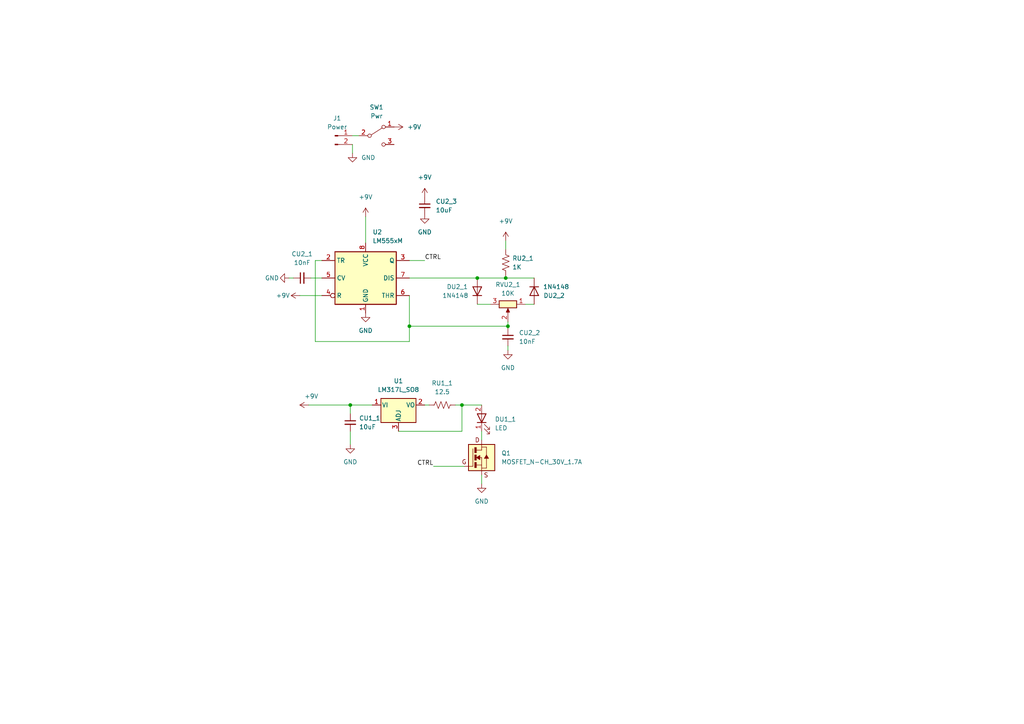
<source format=kicad_sch>
(kicad_sch (version 20211123) (generator eeschema)

  (uuid e63e39d7-6ac0-4ffd-8aa3-1841a4541b55)

  (paper "A4")

  (lib_symbols
    (symbol "Connector:Conn_01x02_Male" (pin_names (offset 1.016) hide) (in_bom yes) (on_board yes)
      (property "Reference" "J" (id 0) (at 0 2.54 0)
        (effects (font (size 1.27 1.27)))
      )
      (property "Value" "Conn_01x02_Male" (id 1) (at 0 -5.08 0)
        (effects (font (size 1.27 1.27)))
      )
      (property "Footprint" "" (id 2) (at 0 0 0)
        (effects (font (size 1.27 1.27)) hide)
      )
      (property "Datasheet" "~" (id 3) (at 0 0 0)
        (effects (font (size 1.27 1.27)) hide)
      )
      (property "ki_keywords" "connector" (id 4) (at 0 0 0)
        (effects (font (size 1.27 1.27)) hide)
      )
      (property "ki_description" "Generic connector, single row, 01x02, script generated (kicad-library-utils/schlib/autogen/connector/)" (id 5) (at 0 0 0)
        (effects (font (size 1.27 1.27)) hide)
      )
      (property "ki_fp_filters" "Connector*:*_1x??_*" (id 6) (at 0 0 0)
        (effects (font (size 1.27 1.27)) hide)
      )
      (symbol "Conn_01x02_Male_1_1"
        (polyline
          (pts
            (xy 1.27 -2.54)
            (xy 0.8636 -2.54)
          )
          (stroke (width 0.1524) (type default) (color 0 0 0 0))
          (fill (type none))
        )
        (polyline
          (pts
            (xy 1.27 0)
            (xy 0.8636 0)
          )
          (stroke (width 0.1524) (type default) (color 0 0 0 0))
          (fill (type none))
        )
        (rectangle (start 0.8636 -2.413) (end 0 -2.667)
          (stroke (width 0.1524) (type default) (color 0 0 0 0))
          (fill (type outline))
        )
        (rectangle (start 0.8636 0.127) (end 0 -0.127)
          (stroke (width 0.1524) (type default) (color 0 0 0 0))
          (fill (type outline))
        )
        (pin passive line (at 5.08 0 180) (length 3.81)
          (name "Pin_1" (effects (font (size 1.27 1.27))))
          (number "1" (effects (font (size 1.27 1.27))))
        )
        (pin passive line (at 5.08 -2.54 180) (length 3.81)
          (name "Pin_2" (effects (font (size 1.27 1.27))))
          (number "2" (effects (font (size 1.27 1.27))))
        )
      )
    )
    (symbol "Device:C_Small" (pin_numbers hide) (pin_names (offset 0.254) hide) (in_bom yes) (on_board yes)
      (property "Reference" "C" (id 0) (at 0.254 1.778 0)
        (effects (font (size 1.27 1.27)) (justify left))
      )
      (property "Value" "C_Small" (id 1) (at 0.254 -2.032 0)
        (effects (font (size 1.27 1.27)) (justify left))
      )
      (property "Footprint" "" (id 2) (at 0 0 0)
        (effects (font (size 1.27 1.27)) hide)
      )
      (property "Datasheet" "~" (id 3) (at 0 0 0)
        (effects (font (size 1.27 1.27)) hide)
      )
      (property "ki_keywords" "capacitor cap" (id 4) (at 0 0 0)
        (effects (font (size 1.27 1.27)) hide)
      )
      (property "ki_description" "Unpolarized capacitor, small symbol" (id 5) (at 0 0 0)
        (effects (font (size 1.27 1.27)) hide)
      )
      (property "ki_fp_filters" "C_*" (id 6) (at 0 0 0)
        (effects (font (size 1.27 1.27)) hide)
      )
      (symbol "C_Small_0_1"
        (polyline
          (pts
            (xy -1.524 -0.508)
            (xy 1.524 -0.508)
          )
          (stroke (width 0.3302) (type default) (color 0 0 0 0))
          (fill (type none))
        )
        (polyline
          (pts
            (xy -1.524 0.508)
            (xy 1.524 0.508)
          )
          (stroke (width 0.3048) (type default) (color 0 0 0 0))
          (fill (type none))
        )
      )
      (symbol "C_Small_1_1"
        (pin passive line (at 0 2.54 270) (length 2.032)
          (name "~" (effects (font (size 1.27 1.27))))
          (number "1" (effects (font (size 1.27 1.27))))
        )
        (pin passive line (at 0 -2.54 90) (length 2.032)
          (name "~" (effects (font (size 1.27 1.27))))
          (number "2" (effects (font (size 1.27 1.27))))
        )
      )
    )
    (symbol "Device:LED" (pin_names (offset 1.016) hide) (in_bom yes) (on_board yes)
      (property "Reference" "D" (id 0) (at 0 2.54 0)
        (effects (font (size 1.27 1.27)))
      )
      (property "Value" "LED" (id 1) (at 0 -2.54 0)
        (effects (font (size 1.27 1.27)))
      )
      (property "Footprint" "" (id 2) (at 0 0 0)
        (effects (font (size 1.27 1.27)) hide)
      )
      (property "Datasheet" "~" (id 3) (at 0 0 0)
        (effects (font (size 1.27 1.27)) hide)
      )
      (property "ki_keywords" "LED diode" (id 4) (at 0 0 0)
        (effects (font (size 1.27 1.27)) hide)
      )
      (property "ki_description" "Light emitting diode" (id 5) (at 0 0 0)
        (effects (font (size 1.27 1.27)) hide)
      )
      (property "ki_fp_filters" "LED* LED_SMD:* LED_THT:*" (id 6) (at 0 0 0)
        (effects (font (size 1.27 1.27)) hide)
      )
      (symbol "LED_0_1"
        (polyline
          (pts
            (xy -1.27 -1.27)
            (xy -1.27 1.27)
          )
          (stroke (width 0.254) (type default) (color 0 0 0 0))
          (fill (type none))
        )
        (polyline
          (pts
            (xy -1.27 0)
            (xy 1.27 0)
          )
          (stroke (width 0) (type default) (color 0 0 0 0))
          (fill (type none))
        )
        (polyline
          (pts
            (xy 1.27 -1.27)
            (xy 1.27 1.27)
            (xy -1.27 0)
            (xy 1.27 -1.27)
          )
          (stroke (width 0.254) (type default) (color 0 0 0 0))
          (fill (type none))
        )
        (polyline
          (pts
            (xy -3.048 -0.762)
            (xy -4.572 -2.286)
            (xy -3.81 -2.286)
            (xy -4.572 -2.286)
            (xy -4.572 -1.524)
          )
          (stroke (width 0) (type default) (color 0 0 0 0))
          (fill (type none))
        )
        (polyline
          (pts
            (xy -1.778 -0.762)
            (xy -3.302 -2.286)
            (xy -2.54 -2.286)
            (xy -3.302 -2.286)
            (xy -3.302 -1.524)
          )
          (stroke (width 0) (type default) (color 0 0 0 0))
          (fill (type none))
        )
      )
      (symbol "LED_1_1"
        (pin passive line (at -3.81 0 0) (length 2.54)
          (name "K" (effects (font (size 1.27 1.27))))
          (number "1" (effects (font (size 1.27 1.27))))
        )
        (pin passive line (at 3.81 0 180) (length 2.54)
          (name "A" (effects (font (size 1.27 1.27))))
          (number "2" (effects (font (size 1.27 1.27))))
        )
      )
    )
    (symbol "Device:R_US" (pin_numbers hide) (pin_names (offset 0)) (in_bom yes) (on_board yes)
      (property "Reference" "R" (id 0) (at 2.54 0 90)
        (effects (font (size 1.27 1.27)))
      )
      (property "Value" "R_US" (id 1) (at -2.54 0 90)
        (effects (font (size 1.27 1.27)))
      )
      (property "Footprint" "" (id 2) (at 1.016 -0.254 90)
        (effects (font (size 1.27 1.27)) hide)
      )
      (property "Datasheet" "~" (id 3) (at 0 0 0)
        (effects (font (size 1.27 1.27)) hide)
      )
      (property "ki_keywords" "R res resistor" (id 4) (at 0 0 0)
        (effects (font (size 1.27 1.27)) hide)
      )
      (property "ki_description" "Resistor, US symbol" (id 5) (at 0 0 0)
        (effects (font (size 1.27 1.27)) hide)
      )
      (property "ki_fp_filters" "R_*" (id 6) (at 0 0 0)
        (effects (font (size 1.27 1.27)) hide)
      )
      (symbol "R_US_0_1"
        (polyline
          (pts
            (xy 0 -2.286)
            (xy 0 -2.54)
          )
          (stroke (width 0) (type default) (color 0 0 0 0))
          (fill (type none))
        )
        (polyline
          (pts
            (xy 0 2.286)
            (xy 0 2.54)
          )
          (stroke (width 0) (type default) (color 0 0 0 0))
          (fill (type none))
        )
        (polyline
          (pts
            (xy 0 -0.762)
            (xy 1.016 -1.143)
            (xy 0 -1.524)
            (xy -1.016 -1.905)
            (xy 0 -2.286)
          )
          (stroke (width 0) (type default) (color 0 0 0 0))
          (fill (type none))
        )
        (polyline
          (pts
            (xy 0 0.762)
            (xy 1.016 0.381)
            (xy 0 0)
            (xy -1.016 -0.381)
            (xy 0 -0.762)
          )
          (stroke (width 0) (type default) (color 0 0 0 0))
          (fill (type none))
        )
        (polyline
          (pts
            (xy 0 2.286)
            (xy 1.016 1.905)
            (xy 0 1.524)
            (xy -1.016 1.143)
            (xy 0 0.762)
          )
          (stroke (width 0) (type default) (color 0 0 0 0))
          (fill (type none))
        )
      )
      (symbol "R_US_1_1"
        (pin passive line (at 0 3.81 270) (length 1.27)
          (name "~" (effects (font (size 1.27 1.27))))
          (number "1" (effects (font (size 1.27 1.27))))
        )
        (pin passive line (at 0 -3.81 90) (length 1.27)
          (name "~" (effects (font (size 1.27 1.27))))
          (number "2" (effects (font (size 1.27 1.27))))
        )
      )
    )
    (symbol "Diode:1N4148" (pin_numbers hide) (pin_names (offset 1.016) hide) (in_bom yes) (on_board yes)
      (property "Reference" "D" (id 0) (at 0 2.54 0)
        (effects (font (size 1.27 1.27)))
      )
      (property "Value" "1N4148" (id 1) (at 0 -2.54 0)
        (effects (font (size 1.27 1.27)))
      )
      (property "Footprint" "Diode_THT:D_DO-35_SOD27_P7.62mm_Horizontal" (id 2) (at 0 -4.445 0)
        (effects (font (size 1.27 1.27)) hide)
      )
      (property "Datasheet" "https://assets.nexperia.com/documents/data-sheet/1N4148_1N4448.pdf" (id 3) (at 0 0 0)
        (effects (font (size 1.27 1.27)) hide)
      )
      (property "ki_keywords" "diode" (id 4) (at 0 0 0)
        (effects (font (size 1.27 1.27)) hide)
      )
      (property "ki_description" "100V 0.15A standard switching diode, DO-35" (id 5) (at 0 0 0)
        (effects (font (size 1.27 1.27)) hide)
      )
      (property "ki_fp_filters" "D*DO?35*" (id 6) (at 0 0 0)
        (effects (font (size 1.27 1.27)) hide)
      )
      (symbol "1N4148_0_1"
        (polyline
          (pts
            (xy -1.27 1.27)
            (xy -1.27 -1.27)
          )
          (stroke (width 0.254) (type default) (color 0 0 0 0))
          (fill (type none))
        )
        (polyline
          (pts
            (xy 1.27 0)
            (xy -1.27 0)
          )
          (stroke (width 0) (type default) (color 0 0 0 0))
          (fill (type none))
        )
        (polyline
          (pts
            (xy 1.27 1.27)
            (xy 1.27 -1.27)
            (xy -1.27 0)
            (xy 1.27 1.27)
          )
          (stroke (width 0.254) (type default) (color 0 0 0 0))
          (fill (type none))
        )
      )
      (symbol "1N4148_1_1"
        (pin passive line (at -3.81 0 0) (length 2.54)
          (name "K" (effects (font (size 1.27 1.27))))
          (number "1" (effects (font (size 1.27 1.27))))
        )
        (pin passive line (at 3.81 0 180) (length 2.54)
          (name "A" (effects (font (size 1.27 1.27))))
          (number "2" (effects (font (size 1.27 1.27))))
        )
      )
    )
    (symbol "Fab:MOSFET_N-CH_30V_1.7A" (pin_numbers hide) (pin_names (offset 1.016) hide) (in_bom yes) (on_board yes)
      (property "Reference" "Q" (id 0) (at 1.27 7.62 0)
        (effects (font (size 1.27 1.27)) (justify left))
      )
      (property "Value" "MOSFET_N-CH_30V_1.7A" (id 1) (at 1.27 5.08 0)
        (effects (font (size 1.27 1.27)) (justify left))
      )
      (property "Footprint" "fab:SOT-23" (id 2) (at 0 0 0)
        (effects (font (size 1.27 1.27)) hide)
      )
      (property "Datasheet" "https://www.onsemi.com/pub/Collateral/NDS355AN-D.PDF" (id 3) (at 0 0 0)
        (effects (font (size 1.27 1.27)) hide)
      )
      (property "ki_keywords" "field effect transistor" (id 4) (at 0 0 0)
        (effects (font (size 1.27 1.27)) hide)
      )
      (property "ki_description" "N-Channel mosfet NDS355AN in SOT-23 package" (id 5) (at 0 0 0)
        (effects (font (size 1.27 1.27)) hide)
      )
      (property "ki_fp_filters" "*SOT?23*" (id 6) (at 0 0 0)
        (effects (font (size 1.27 1.27)) hide)
      )
      (symbol "MOSFET_N-CH_30V_1.7A_0_1"
        (rectangle (start -3.81 3.81) (end 3.81 -3.81)
          (stroke (width 0.254) (type default) (color 0 0 0 0))
          (fill (type background))
        )
      )
      (symbol "MOSFET_N-CH_30V_1.7A_1_0"
        (polyline
          (pts
            (xy -2.54 -2.54)
            (xy -2.54 2.54)
          )
          (stroke (width 0) (type default) (color 0 0 0 0))
          (fill (type none))
        )
        (polyline
          (pts
            (xy -1.524 -2.159)
            (xy 0 -2.159)
          )
          (stroke (width 0) (type default) (color 0 0 0 0))
          (fill (type none))
        )
        (polyline
          (pts
            (xy -1.524 2.159)
            (xy 0 2.159)
          )
          (stroke (width 0) (type default) (color 0 0 0 0))
          (fill (type none))
        )
        (polyline
          (pts
            (xy -0.508 0)
            (xy 0 0)
          )
          (stroke (width 0) (type default) (color 0 0 0 0))
          (fill (type none))
        )
        (polyline
          (pts
            (xy 0 -2.159)
            (xy 0 -2.54)
          )
          (stroke (width 0) (type default) (color 0 0 0 0))
          (fill (type none))
        )
        (polyline
          (pts
            (xy 0 0)
            (xy 0 -2.159)
          )
          (stroke (width 0) (type default) (color 0 0 0 0))
          (fill (type none))
        )
        (polyline
          (pts
            (xy 0 2.159)
            (xy 0 2.54)
          )
          (stroke (width 0) (type default) (color 0 0 0 0))
          (fill (type none))
        )
        (polyline
          (pts
            (xy 0 3.048)
            (xy 1.397 3.048)
          )
          (stroke (width 0) (type default) (color 0 0 0 0))
          (fill (type none))
        )
        (polyline
          (pts
            (xy 1.397 -3.048)
            (xy 0 -3.048)
          )
          (stroke (width 0) (type default) (color 0 0 0 0))
          (fill (type none))
        )
        (polyline
          (pts
            (xy 1.397 -0.254)
            (xy 1.397 -3.048)
          )
          (stroke (width 0) (type default) (color 0 0 0 0))
          (fill (type none))
        )
        (polyline
          (pts
            (xy 1.397 3.048)
            (xy 1.397 0.762)
          )
          (stroke (width 0) (type default) (color 0 0 0 0))
          (fill (type none))
        )
        (text "D" (at -1.27 5.08 0)
          (effects (font (size 1.27 1.27)))
        )
        (text "G" (at -5.08 -1.27 0)
          (effects (font (size 1.27 1.27)))
        )
        (text "S" (at 1.27 -5.08 0)
          (effects (font (size 1.27 1.27)))
        )
      )
      (symbol "MOSFET_N-CH_30V_1.7A_1_1"
        (rectangle (start -2.032 -2.921) (end -1.524 -1.397)
          (stroke (width 0) (type default) (color 0 0 0 0))
          (fill (type outline))
        )
        (rectangle (start -2.032 -0.762) (end -1.524 0.762)
          (stroke (width 0) (type default) (color 0 0 0 0))
          (fill (type outline))
        )
        (rectangle (start -2.032 1.397) (end -1.524 2.921)
          (stroke (width 0) (type default) (color 0 0 0 0))
          (fill (type outline))
        )
        (polyline
          (pts
            (xy -1.524 0)
            (xy -0.508 0.635)
            (xy -0.508 0.635)
            (xy -0.508 -0.635)
            (xy -0.508 -0.635)
            (xy -1.524 0)
          )
          (stroke (width 0) (type default) (color 0 0 0 0))
          (fill (type outline))
        )
        (polyline
          (pts
            (xy 1.397 0.762)
            (xy 2.032 -0.254)
            (xy 2.032 -0.254)
            (xy 0.762 -0.254)
            (xy 0.762 -0.254)
            (xy 1.397 0.762)
          )
          (stroke (width 0) (type default) (color 0 0 0 0))
          (fill (type outline))
        )
        (pin passive line (at -5.08 -2.54 0) (length 2.54)
          (name "G" (effects (font (size 1.27 1.27))))
          (number "1" (effects (font (size 1.27 1.27))))
        )
        (pin passive line (at 0 -5.08 90) (length 2.54)
          (name "S" (effects (font (size 1.27 1.27))))
          (number "2" (effects (font (size 1.27 1.27))))
        )
        (pin passive line (at 0 5.08 270) (length 2.54)
          (name "D" (effects (font (size 1.27 1.27))))
          (number "3" (effects (font (size 1.27 1.27))))
        )
      )
    )
    (symbol "Fab:R_POT_10K_Trimmer" (pin_names (offset 1.016) hide) (in_bom yes) (on_board yes)
      (property "Reference" "RV" (id 0) (at -5.08 0 90)
        (effects (font (size 1.27 1.27)))
      )
      (property "Value" "R_POT_10K_Trimmer" (id 1) (at -2.54 0 90)
        (effects (font (size 1.27 1.27)))
      )
      (property "Footprint" "fab:Potentiometer_TT_Model-23_4.5x5.0x3.0mm" (id 2) (at 0 0 0)
        (effects (font (size 1.27 1.27)) hide)
      )
      (property "Datasheet" "https://www.ttelectronics.com/TTElectronics/media/ProductFiles/Trimmers/Datasheets/23.pdf" (id 3) (at 0 0 0)
        (effects (font (size 1.27 1.27)) hide)
      )
      (property "ki_keywords" "resistor variable trimmer" (id 4) (at 0 0 0)
        (effects (font (size 1.27 1.27)) hide)
      )
      (property "ki_description" "Trimmer Potentiometer 10K TT Electronics 23BR10KLFTR" (id 5) (at 0 0 0)
        (effects (font (size 1.27 1.27)) hide)
      )
      (property "ki_fp_filters" "Potentiometer*" (id 6) (at 0 0 0)
        (effects (font (size 1.27 1.27)) hide)
      )
      (symbol "R_POT_10K_Trimmer_0_1"
        (polyline
          (pts
            (xy 2.54 0)
            (xy 1.524 0)
          )
          (stroke (width 0) (type default) (color 0 0 0 0))
          (fill (type none))
        )
        (polyline
          (pts
            (xy 1.143 0)
            (xy 2.286 0.508)
            (xy 2.286 -0.508)
            (xy 1.143 0)
          )
          (stroke (width 0) (type default) (color 0 0 0 0))
          (fill (type outline))
        )
        (rectangle (start 1.016 2.54) (end -1.016 -2.54)
          (stroke (width 0.254) (type default) (color 0 0 0 0))
          (fill (type background))
        )
      )
      (symbol "R_POT_10K_Trimmer_1_1"
        (pin passive line (at 0 5.08 270) (length 2.54)
          (name "1" (effects (font (size 1.27 1.27))))
          (number "1" (effects (font (size 1.27 1.27))))
        )
        (pin passive line (at 5.08 0 180) (length 2.54)
          (name "2" (effects (font (size 1.27 1.27))))
          (number "2" (effects (font (size 1.27 1.27))))
        )
        (pin passive line (at 0 -5.08 90) (length 2.54)
          (name "3" (effects (font (size 1.27 1.27))))
          (number "3" (effects (font (size 1.27 1.27))))
        )
      )
    )
    (symbol "Fab:SWITCH_JS102011JCQN" (pin_names (offset 0) hide) (in_bom yes) (on_board yes)
      (property "Reference" "SW" (id 0) (at 0 4.318 0)
        (effects (font (size 1.27 1.27)))
      )
      (property "Value" "SWITCH_JS102011JCQN" (id 1) (at 0 -5.08 0)
        (effects (font (size 1.27 1.27)))
      )
      (property "Footprint" "fab:Switch_SPDT_CnK_JS102011JCQN_9x3.6mm_P2.5mm" (id 2) (at 0 0 0)
        (effects (font (size 1.27 1.27)) hide)
      )
      (property "Datasheet" "https://www.ckswitches.com/media/1422/js.pdf" (id 3) (at 0 0 0)
        (effects (font (size 1.27 1.27)) hide)
      )
      (property "ki_keywords" "switch single-pole double-throw spdt ON-ON" (id 4) (at 0 0 0)
        (effects (font (size 1.27 1.27)) hide)
      )
      (property "ki_description" "Slide Switch SPDT Surface Mount" (id 5) (at 0 0 0)
        (effects (font (size 1.27 1.27)) hide)
      )
      (property "ki_fp_filters" "*Switch*SPDT*" (id 6) (at 0 0 0)
        (effects (font (size 1.27 1.27)) hide)
      )
      (symbol "SWITCH_JS102011JCQN_0_0"
        (circle (center -2.032 0) (radius 0.508)
          (stroke (width 0) (type default) (color 0 0 0 0))
          (fill (type none))
        )
        (circle (center 2.032 -2.54) (radius 0.508)
          (stroke (width 0) (type default) (color 0 0 0 0))
          (fill (type none))
        )
      )
      (symbol "SWITCH_JS102011JCQN_0_1"
        (polyline
          (pts
            (xy -1.524 0.254)
            (xy 1.651 2.286)
          )
          (stroke (width 0) (type default) (color 0 0 0 0))
          (fill (type none))
        )
        (circle (center 2.032 2.54) (radius 0.508)
          (stroke (width 0) (type default) (color 0 0 0 0))
          (fill (type none))
        )
      )
      (symbol "SWITCH_JS102011JCQN_1_1"
        (pin passive line (at 5.08 2.54 180) (length 2.54)
          (name "A" (effects (font (size 1.27 1.27))))
          (number "1" (effects (font (size 1.27 1.27))))
        )
        (pin passive line (at -5.08 0 0) (length 2.54)
          (name "B" (effects (font (size 1.27 1.27))))
          (number "2" (effects (font (size 1.27 1.27))))
        )
        (pin passive line (at 5.08 -2.54 180) (length 2.54)
          (name "C" (effects (font (size 1.27 1.27))))
          (number "3" (effects (font (size 1.27 1.27))))
        )
      )
    )
    (symbol "Regulator_Linear:LM317L_SO8" (pin_names (offset 0.254)) (in_bom yes) (on_board yes)
      (property "Reference" "U1" (id 0) (at 0 6.985 0)
        (effects (font (size 1.27 1.27)))
      )
      (property "Value" "LM317L_SO8" (id 1) (at 0 4.445 0)
        (effects (font (size 1.27 1.27)))
      )
      (property "Footprint" "Package_TO_SOT_THT:TO-220-3_Horizontal_TabDown" (id 2) (at 0 5.08 0)
        (effects (font (size 1.27 1.27) italic) hide)
      )
      (property "Datasheet" "http://www.ti.com/lit/ds/snvs775k/snvs775k.pdf" (id 3) (at 0 -5.08 0)
        (effects (font (size 1.27 1.27)) hide)
      )
      (property "ki_keywords" "Adjustable Voltage Regulator 100mA Positive" (id 4) (at 0 0 0)
        (effects (font (size 1.27 1.27)) hide)
      )
      (property "ki_description" "100mA 35V Adjustable Linear Regulator, SO-8" (id 5) (at 0 0 0)
        (effects (font (size 1.27 1.27)) hide)
      )
      (property "ki_fp_filters" "SOIC*3.9x4.9mm*P1.27mm*" (id 6) (at 0 0 0)
        (effects (font (size 1.27 1.27)) hide)
      )
      (symbol "LM317L_SO8_0_1"
        (rectangle (start -5.08 1.905) (end 5.08 -5.08)
          (stroke (width 0.254) (type default) (color 0 0 0 0))
          (fill (type background))
        )
      )
      (symbol "LM317L_SO8_1_1"
        (pin power_in line (at -7.62 0 0) (length 2.54)
          (name "VI" (effects (font (size 1.27 1.27))))
          (number "1" (effects (font (size 1.27 1.27))))
        )
        (pin power_out line (at 7.62 0 180) (length 2.54)
          (name "VO" (effects (font (size 1.27 1.27))))
          (number "2" (effects (font (size 1.27 1.27))))
        )
        (pin input line (at 0 -7.62 90) (length 2.54)
          (name "ADJ" (effects (font (size 1.27 1.27))))
          (number "3" (effects (font (size 1.27 1.27))))
        )
        (pin passive line (at 7.62 0 180) (length 2.54) hide
          (name "VO" (effects (font (size 1.27 1.27))))
          (number "3" (effects (font (size 1.27 1.27))))
        )
        (pin no_connect line (at -7.62 -2.54 0) (length 2.54) hide
          (name "NC" (effects (font (size 1.27 1.27))))
          (number "5" (effects (font (size 1.27 1.27))))
        )
        (pin passive line (at 7.62 0 180) (length 2.54) hide
          (name "VO" (effects (font (size 1.27 1.27))))
          (number "6" (effects (font (size 1.27 1.27))))
        )
        (pin passive line (at 7.62 0 180) (length 2.54) hide
          (name "VO" (effects (font (size 1.27 1.27))))
          (number "7" (effects (font (size 1.27 1.27))))
        )
        (pin no_connect line (at 7.62 -2.54 180) (length 2.54) hide
          (name "NC" (effects (font (size 1.27 1.27))))
          (number "8" (effects (font (size 1.27 1.27))))
        )
      )
    )
    (symbol "Timer:LM555xM" (in_bom yes) (on_board yes)
      (property "Reference" "U" (id 0) (at -10.16 8.89 0)
        (effects (font (size 1.27 1.27)) (justify left))
      )
      (property "Value" "LM555xM" (id 1) (at 2.54 8.89 0)
        (effects (font (size 1.27 1.27)) (justify left))
      )
      (property "Footprint" "Package_SO:SOIC-8_3.9x4.9mm_P1.27mm" (id 2) (at 21.59 -10.16 0)
        (effects (font (size 1.27 1.27)) hide)
      )
      (property "Datasheet" "http://www.ti.com/lit/ds/symlink/lm555.pdf" (id 3) (at 21.59 -10.16 0)
        (effects (font (size 1.27 1.27)) hide)
      )
      (property "ki_keywords" "single timer 555" (id 4) (at 0 0 0)
        (effects (font (size 1.27 1.27)) hide)
      )
      (property "ki_description" "Timer, 555 compatible, SOIC-8" (id 5) (at 0 0 0)
        (effects (font (size 1.27 1.27)) hide)
      )
      (property "ki_fp_filters" "SOIC*3.9x4.9mm*P1.27mm*" (id 6) (at 0 0 0)
        (effects (font (size 1.27 1.27)) hide)
      )
      (symbol "LM555xM_0_0"
        (pin power_in line (at 0 -10.16 90) (length 2.54)
          (name "GND" (effects (font (size 1.27 1.27))))
          (number "1" (effects (font (size 1.27 1.27))))
        )
        (pin power_in line (at 0 10.16 270) (length 2.54)
          (name "VCC" (effects (font (size 1.27 1.27))))
          (number "8" (effects (font (size 1.27 1.27))))
        )
      )
      (symbol "LM555xM_0_1"
        (rectangle (start -8.89 -7.62) (end 8.89 7.62)
          (stroke (width 0.254) (type default) (color 0 0 0 0))
          (fill (type background))
        )
        (rectangle (start -8.89 -7.62) (end 8.89 7.62)
          (stroke (width 0.254) (type default) (color 0 0 0 0))
          (fill (type background))
        )
      )
      (symbol "LM555xM_1_1"
        (pin input line (at -12.7 5.08 0) (length 3.81)
          (name "TR" (effects (font (size 1.27 1.27))))
          (number "2" (effects (font (size 1.27 1.27))))
        )
        (pin output line (at 12.7 5.08 180) (length 3.81)
          (name "Q" (effects (font (size 1.27 1.27))))
          (number "3" (effects (font (size 1.27 1.27))))
        )
        (pin input inverted (at -12.7 -5.08 0) (length 3.81)
          (name "R" (effects (font (size 1.27 1.27))))
          (number "4" (effects (font (size 1.27 1.27))))
        )
        (pin input line (at -12.7 0 0) (length 3.81)
          (name "CV" (effects (font (size 1.27 1.27))))
          (number "5" (effects (font (size 1.27 1.27))))
        )
        (pin input line (at 12.7 -5.08 180) (length 3.81)
          (name "THR" (effects (font (size 1.27 1.27))))
          (number "6" (effects (font (size 1.27 1.27))))
        )
        (pin input line (at 12.7 0 180) (length 3.81)
          (name "DIS" (effects (font (size 1.27 1.27))))
          (number "7" (effects (font (size 1.27 1.27))))
        )
      )
    )
    (symbol "power:+9V" (power) (pin_names (offset 0)) (in_bom yes) (on_board yes)
      (property "Reference" "#PWR" (id 0) (at 0 -3.81 0)
        (effects (font (size 1.27 1.27)) hide)
      )
      (property "Value" "+9V" (id 1) (at 0 3.556 0)
        (effects (font (size 1.27 1.27)))
      )
      (property "Footprint" "" (id 2) (at 0 0 0)
        (effects (font (size 1.27 1.27)) hide)
      )
      (property "Datasheet" "" (id 3) (at 0 0 0)
        (effects (font (size 1.27 1.27)) hide)
      )
      (property "ki_keywords" "power-flag" (id 4) (at 0 0 0)
        (effects (font (size 1.27 1.27)) hide)
      )
      (property "ki_description" "Power symbol creates a global label with name \"+9V\"" (id 5) (at 0 0 0)
        (effects (font (size 1.27 1.27)) hide)
      )
      (symbol "+9V_0_1"
        (polyline
          (pts
            (xy -0.762 1.27)
            (xy 0 2.54)
          )
          (stroke (width 0) (type default) (color 0 0 0 0))
          (fill (type none))
        )
        (polyline
          (pts
            (xy 0 0)
            (xy 0 2.54)
          )
          (stroke (width 0) (type default) (color 0 0 0 0))
          (fill (type none))
        )
        (polyline
          (pts
            (xy 0 2.54)
            (xy 0.762 1.27)
          )
          (stroke (width 0) (type default) (color 0 0 0 0))
          (fill (type none))
        )
      )
      (symbol "+9V_1_1"
        (pin power_in line (at 0 0 90) (length 0) hide
          (name "+9V" (effects (font (size 1.27 1.27))))
          (number "1" (effects (font (size 1.27 1.27))))
        )
      )
    )
    (symbol "power:GND" (power) (pin_names (offset 0)) (in_bom yes) (on_board yes)
      (property "Reference" "#PWR" (id 0) (at 0 -6.35 0)
        (effects (font (size 1.27 1.27)) hide)
      )
      (property "Value" "GND" (id 1) (at 0 -3.81 0)
        (effects (font (size 1.27 1.27)))
      )
      (property "Footprint" "" (id 2) (at 0 0 0)
        (effects (font (size 1.27 1.27)) hide)
      )
      (property "Datasheet" "" (id 3) (at 0 0 0)
        (effects (font (size 1.27 1.27)) hide)
      )
      (property "ki_keywords" "power-flag" (id 4) (at 0 0 0)
        (effects (font (size 1.27 1.27)) hide)
      )
      (property "ki_description" "Power symbol creates a global label with name \"GND\" , ground" (id 5) (at 0 0 0)
        (effects (font (size 1.27 1.27)) hide)
      )
      (symbol "GND_0_1"
        (polyline
          (pts
            (xy 0 0)
            (xy 0 -1.27)
            (xy 1.27 -1.27)
            (xy 0 -2.54)
            (xy -1.27 -1.27)
            (xy 0 -1.27)
          )
          (stroke (width 0) (type default) (color 0 0 0 0))
          (fill (type none))
        )
      )
      (symbol "GND_1_1"
        (pin power_in line (at 0 0 270) (length 0) hide
          (name "GND" (effects (font (size 1.27 1.27))))
          (number "1" (effects (font (size 1.27 1.27))))
        )
      )
    )
  )

  (junction (at 146.685 80.645) (diameter 0) (color 0 0 0 0)
    (uuid 1c2569f6-b2ab-4d60-a588-9032cd1c0f84)
  )
  (junction (at 101.6 117.475) (diameter 0) (color 0 0 0 0)
    (uuid 3c7314bb-cb4d-4c66-8440-9363a5584a4a)
  )
  (junction (at 147.32 94.615) (diameter 0) (color 0 0 0 0)
    (uuid 47f61f12-a4d8-4a5b-8ce2-d4d2637721aa)
  )
  (junction (at 118.745 94.615) (diameter 0) (color 0 0 0 0)
    (uuid 7773fab7-8edd-463c-a880-f160d965e8a2)
  )
  (junction (at 138.43 80.645) (diameter 0) (color 0 0 0 0)
    (uuid d3a6e02c-0c48-40f7-8813-8fc86d1ddf13)
  )
  (junction (at 133.985 117.475) (diameter 0) (color 0 0 0 0)
    (uuid efcdef6f-20c2-4974-a295-b78885edd343)
  )

  (wire (pts (xy 101.6 117.475) (xy 107.95 117.475))
    (stroke (width 0) (type default) (color 0 0 0 0))
    (uuid 00f45313-a3ac-44cb-87a7-93eee8b060f3)
  )
  (wire (pts (xy 139.7 137.795) (xy 139.7 140.335))
    (stroke (width 0) (type default) (color 0 0 0 0))
    (uuid 046caca7-6452-48ac-8484-8bb8ae5c5195)
  )
  (wire (pts (xy 83.82 80.645) (xy 85.09 80.645))
    (stroke (width 0) (type default) (color 0 0 0 0))
    (uuid 112fd1b1-8d4c-4515-b2a1-db04ebe5ac34)
  )
  (wire (pts (xy 106.045 62.865) (xy 106.045 70.485))
    (stroke (width 0) (type default) (color 0 0 0 0))
    (uuid 12b3f282-b27e-422d-8573-a75c93f7618d)
  )
  (wire (pts (xy 147.32 95.25) (xy 147.32 94.615))
    (stroke (width 0) (type default) (color 0 0 0 0))
    (uuid 12e9c89c-82a7-45d9-acad-79bb2ade583e)
  )
  (wire (pts (xy 90.17 80.645) (xy 93.345 80.645))
    (stroke (width 0) (type default) (color 0 0 0 0))
    (uuid 19612b4b-47b1-480e-8676-8701af2dc7ee)
  )
  (wire (pts (xy 139.7 125.095) (xy 139.7 127.635))
    (stroke (width 0) (type default) (color 0 0 0 0))
    (uuid 1f7f935c-1486-4d74-a7be-35320430f56f)
  )
  (wire (pts (xy 123.19 75.565) (xy 118.745 75.565))
    (stroke (width 0) (type default) (color 0 0 0 0))
    (uuid 22cda605-bf07-4b29-aeac-869344a1ee9a)
  )
  (wire (pts (xy 124.46 117.475) (xy 123.19 117.475))
    (stroke (width 0) (type default) (color 0 0 0 0))
    (uuid 26a6c353-57a4-4c08-aa63-5520808369d9)
  )
  (wire (pts (xy 91.44 75.565) (xy 93.345 75.565))
    (stroke (width 0) (type default) (color 0 0 0 0))
    (uuid 276c3c6d-fa1e-4978-bcf1-9706ffad9cd9)
  )
  (wire (pts (xy 147.32 94.615) (xy 118.745 94.615))
    (stroke (width 0) (type default) (color 0 0 0 0))
    (uuid 2bc7fee6-a56e-45d8-861b-d1c2be29e527)
  )
  (wire (pts (xy 138.43 80.645) (xy 146.685 80.645))
    (stroke (width 0) (type default) (color 0 0 0 0))
    (uuid 38a8a5d1-da0e-41eb-b99a-ebcda42333e1)
  )
  (wire (pts (xy 133.985 117.475) (xy 139.7 117.475))
    (stroke (width 0) (type default) (color 0 0 0 0))
    (uuid 421231db-74be-4e51-bc00-778274ec8bbf)
  )
  (wire (pts (xy 101.6 128.905) (xy 101.6 125.095))
    (stroke (width 0) (type default) (color 0 0 0 0))
    (uuid 498484e1-114e-494e-b66a-2a55a2df240e)
  )
  (wire (pts (xy 102.235 44.45) (xy 102.235 41.91))
    (stroke (width 0) (type default) (color 0 0 0 0))
    (uuid 4c8bf671-70da-44f4-b22b-7096bf684acf)
  )
  (wire (pts (xy 86.995 85.725) (xy 93.345 85.725))
    (stroke (width 0) (type default) (color 0 0 0 0))
    (uuid 50d3a646-0e98-48c8-8bf5-3cde77c68a12)
  )
  (wire (pts (xy 142.24 88.265) (xy 138.43 88.265))
    (stroke (width 0) (type default) (color 0 0 0 0))
    (uuid 5e706141-135f-4526-a59f-c348f2c7fc10)
  )
  (wire (pts (xy 89.535 117.475) (xy 101.6 117.475))
    (stroke (width 0) (type default) (color 0 0 0 0))
    (uuid 666dca55-a12c-405c-9cb8-6e3263091851)
  )
  (wire (pts (xy 115.57 125.095) (xy 133.985 125.095))
    (stroke (width 0) (type default) (color 0 0 0 0))
    (uuid 6dd5fcde-e68f-4c2a-9f95-8a2379e1d777)
  )
  (wire (pts (xy 146.685 69.85) (xy 146.685 72.39))
    (stroke (width 0) (type default) (color 0 0 0 0))
    (uuid 71554fb3-540c-4c8c-8acf-e3c8ad96ea16)
  )
  (wire (pts (xy 102.235 39.37) (xy 104.14 39.37))
    (stroke (width 0) (type default) (color 0 0 0 0))
    (uuid 75c11387-bc0f-40f0-8951-f94c4457e555)
  )
  (wire (pts (xy 146.685 80.01) (xy 146.685 80.645))
    (stroke (width 0) (type default) (color 0 0 0 0))
    (uuid 770ef45e-fb4a-4cdd-9645-3d7c822194f6)
  )
  (wire (pts (xy 118.745 94.615) (xy 118.745 85.725))
    (stroke (width 0) (type default) (color 0 0 0 0))
    (uuid 7b0058a1-41bd-47c2-aebd-42649097f081)
  )
  (wire (pts (xy 101.6 120.015) (xy 101.6 117.475))
    (stroke (width 0) (type default) (color 0 0 0 0))
    (uuid 812359b7-2bd3-485f-a30d-efaf53925c76)
  )
  (wire (pts (xy 125.73 135.255) (xy 134.62 135.255))
    (stroke (width 0) (type default) (color 0 0 0 0))
    (uuid 814d6a4c-a289-4b83-adf6-db7820f131cd)
  )
  (wire (pts (xy 91.44 99.06) (xy 118.745 99.06))
    (stroke (width 0) (type default) (color 0 0 0 0))
    (uuid 90c65250-11a9-4dee-a5bf-32c5e002e6c7)
  )
  (wire (pts (xy 147.32 101.6) (xy 147.32 100.33))
    (stroke (width 0) (type default) (color 0 0 0 0))
    (uuid b3e5f48c-817e-4d0d-a65e-3f9796714411)
  )
  (wire (pts (xy 118.745 80.645) (xy 138.43 80.645))
    (stroke (width 0) (type default) (color 0 0 0 0))
    (uuid b760c29d-409b-4cad-94b5-df8d017d01bf)
  )
  (wire (pts (xy 132.08 117.475) (xy 133.985 117.475))
    (stroke (width 0) (type default) (color 0 0 0 0))
    (uuid c4d6024a-f806-442d-81dd-f95d356f4f4e)
  )
  (wire (pts (xy 146.685 80.645) (xy 154.94 80.645))
    (stroke (width 0) (type default) (color 0 0 0 0))
    (uuid da588ee4-960a-4afa-8a72-873027a8c4a6)
  )
  (wire (pts (xy 118.745 99.06) (xy 118.745 94.615))
    (stroke (width 0) (type default) (color 0 0 0 0))
    (uuid e04148d9-0f27-425b-9af4-6a78963d4d64)
  )
  (wire (pts (xy 154.94 88.265) (xy 152.4 88.265))
    (stroke (width 0) (type default) (color 0 0 0 0))
    (uuid e1223590-54b2-4ca7-8118-53db49e4066d)
  )
  (wire (pts (xy 91.44 75.565) (xy 91.44 99.06))
    (stroke (width 0) (type default) (color 0 0 0 0))
    (uuid e8344590-3c43-42b0-a17b-2c525dd7cd9d)
  )
  (wire (pts (xy 147.32 94.615) (xy 147.32 93.345))
    (stroke (width 0) (type default) (color 0 0 0 0))
    (uuid eb67b8c0-ef01-4a66-a930-71dda5b72ff4)
  )
  (wire (pts (xy 133.985 117.475) (xy 133.985 125.095))
    (stroke (width 0) (type default) (color 0 0 0 0))
    (uuid f9a43828-b419-47ff-b228-ea366faac65a)
  )

  (label "CTRL" (at 125.73 135.255 180)
    (effects (font (size 1.27 1.27)) (justify right bottom))
    (uuid 13c319b1-fad2-4bb6-bfb1-e351130e5cd3)
  )
  (label "CTRL" (at 123.19 75.565 0)
    (effects (font (size 1.27 1.27)) (justify left bottom))
    (uuid b1d6f49a-7661-4c3a-96e1-6255375cd439)
  )

  (symbol (lib_id "Timer:LM555xM") (at 106.045 80.645 0) (unit 1)
    (in_bom yes) (on_board yes) (fields_autoplaced)
    (uuid 0fc5db66-6188-4c1f-bb14-0868bef113eb)
    (property "Reference" "U2" (id 0) (at 108.0644 67.31 0)
      (effects (font (size 1.27 1.27)) (justify left))
    )
    (property "Value" "LM555xM" (id 1) (at 108.0644 69.85 0)
      (effects (font (size 1.27 1.27)) (justify left))
    )
    (property "Footprint" "Package_DIP:DIP-8_W7.62mm_LongPads" (id 2) (at 127.635 90.805 0)
      (effects (font (size 1.27 1.27)) hide)
    )
    (property "Datasheet" "http://www.ti.com/lit/ds/symlink/lm555.pdf" (id 3) (at 127.635 90.805 0)
      (effects (font (size 1.27 1.27)) hide)
    )
    (pin "1" (uuid 62a1f3d4-027d-4ecf-a37a-6fcf4263e9d2))
    (pin "8" (uuid 3a70978e-dcc2-4620-a99c-514362812927))
    (pin "2" (uuid 319639ae-c2c5-486d-93b1-d03bb1b64252))
    (pin "3" (uuid fc4ad874-c922-4070-89f9-7262080469d8))
    (pin "4" (uuid a5c8e189-1ddc-4a66-984b-e0fd1529d346))
    (pin "5" (uuid c71f56c1-5b7c-4373-9716-fffac482104c))
    (pin "6" (uuid 1ab71a3c-340b-469a-ada5-4f87f0b7b2fa))
    (pin "7" (uuid dbe92a0d-89cb-4d3f-9497-c2c1d93a3018))
  )

  (symbol (lib_id "power:GND") (at 102.235 44.45 0) (unit 1)
    (in_bom yes) (on_board yes) (fields_autoplaced)
    (uuid 109db71b-62f4-4966-b26b-c26fe054e6e6)
    (property "Reference" "#PWR0112" (id 0) (at 102.235 50.8 0)
      (effects (font (size 1.27 1.27)) hide)
    )
    (property "Value" "GND" (id 1) (at 104.775 45.7199 0)
      (effects (font (size 1.27 1.27)) (justify left))
    )
    (property "Footprint" "" (id 2) (at 102.235 44.45 0)
      (effects (font (size 1.27 1.27)) hide)
    )
    (property "Datasheet" "" (id 3) (at 102.235 44.45 0)
      (effects (font (size 1.27 1.27)) hide)
    )
    (pin "1" (uuid 221ae83d-ce4b-4b7b-a1bd-0faa5cebf97e))
  )

  (symbol (lib_id "Fab:SWITCH_JS102011JCQN") (at 109.22 39.37 0) (unit 1)
    (in_bom yes) (on_board yes) (fields_autoplaced)
    (uuid 113c2797-ce5e-483c-81f2-cb74e95f953c)
    (property "Reference" "SW1" (id 0) (at 109.22 31.115 0))
    (property "Value" "Pwr" (id 1) (at 109.22 33.655 0))
    (property "Footprint" "fab:Switch_SPDT_CnK_JS102011JCQN_9x3.6mm_P2.5mm" (id 2) (at 109.22 39.37 0)
      (effects (font (size 1.27 1.27)) hide)
    )
    (property "Datasheet" "https://www.ckswitches.com/media/1422/js.pdf" (id 3) (at 109.22 39.37 0)
      (effects (font (size 1.27 1.27)) hide)
    )
    (pin "1" (uuid c7d35d9c-68b4-442f-9e7e-8b9fd907a062))
    (pin "2" (uuid 6047e8fd-3aa7-4798-81f0-158d9e74bd3d))
    (pin "3" (uuid 32a49000-8124-4d3b-9942-52d2ece18867))
  )

  (symbol (lib_id "Device:R_US") (at 128.27 117.475 90) (unit 1)
    (in_bom yes) (on_board yes) (fields_autoplaced)
    (uuid 448ff7ec-6a16-4e42-9b2d-0967b95502fd)
    (property "Reference" "RU1_1" (id 0) (at 128.27 111.125 90))
    (property "Value" "12.5" (id 1) (at 128.27 113.665 90))
    (property "Footprint" "fab:R_1206" (id 2) (at 128.524 116.459 90)
      (effects (font (size 1.27 1.27)) hide)
    )
    (property "Datasheet" "~" (id 3) (at 128.27 117.475 0)
      (effects (font (size 1.27 1.27)) hide)
    )
    (pin "1" (uuid 54a3c92d-a091-405f-b445-603c0f2e1fb3))
    (pin "2" (uuid 677f84bc-8f99-4d53-ae54-328e7b493deb))
  )

  (symbol (lib_id "power:GND") (at 83.82 80.645 270) (unit 1)
    (in_bom yes) (on_board yes)
    (uuid 5a47346b-c5e9-4e70-8a4a-94cf67f70eb0)
    (property "Reference" "#PWR0103" (id 0) (at 77.47 80.645 0)
      (effects (font (size 1.27 1.27)) hide)
    )
    (property "Value" "GND" (id 1) (at 76.835 80.645 90)
      (effects (font (size 1.27 1.27)) (justify left))
    )
    (property "Footprint" "" (id 2) (at 83.82 80.645 0)
      (effects (font (size 1.27 1.27)) hide)
    )
    (property "Datasheet" "" (id 3) (at 83.82 80.645 0)
      (effects (font (size 1.27 1.27)) hide)
    )
    (pin "1" (uuid 733b8edd-c857-423a-936f-47a45f8938f9))
  )

  (symbol (lib_id "Device:C_Small") (at 101.6 122.555 0) (unit 1)
    (in_bom yes) (on_board yes) (fields_autoplaced)
    (uuid 5b17d47a-a4a2-4ddf-966a-e6b5821094ec)
    (property "Reference" "CU1_1" (id 0) (at 104.14 121.2912 0)
      (effects (font (size 1.27 1.27)) (justify left))
    )
    (property "Value" "10uF" (id 1) (at 104.14 123.8312 0)
      (effects (font (size 1.27 1.27)) (justify left))
    )
    (property "Footprint" "fab:C_1206" (id 2) (at 101.6 122.555 0)
      (effects (font (size 1.27 1.27)) hide)
    )
    (property "Datasheet" "~" (id 3) (at 101.6 122.555 0)
      (effects (font (size 1.27 1.27)) hide)
    )
    (pin "1" (uuid 2d5b3e10-9b65-4abf-803e-969a546fc8e3))
    (pin "2" (uuid 18648368-8315-41f6-b287-55706b48f79e))
  )

  (symbol (lib_id "Device:C_Small") (at 147.32 97.79 0) (unit 1)
    (in_bom yes) (on_board yes) (fields_autoplaced)
    (uuid 5bafa7e1-a5a3-45f0-a164-94783f3cfc94)
    (property "Reference" "CU2_2" (id 0) (at 150.495 96.5262 0)
      (effects (font (size 1.27 1.27)) (justify left))
    )
    (property "Value" "10nF" (id 1) (at 150.495 99.0662 0)
      (effects (font (size 1.27 1.27)) (justify left))
    )
    (property "Footprint" "fab:C_1206" (id 2) (at 147.32 97.79 0)
      (effects (font (size 1.27 1.27)) hide)
    )
    (property "Datasheet" "~" (id 3) (at 147.32 97.79 0)
      (effects (font (size 1.27 1.27)) hide)
    )
    (pin "1" (uuid 3ab8ab26-ea05-4109-be88-8855811b5560))
    (pin "2" (uuid 5a12482f-a003-489c-888f-e005885ba04e))
  )

  (symbol (lib_id "power:GND") (at 139.7 140.335 0) (unit 1)
    (in_bom yes) (on_board yes) (fields_autoplaced)
    (uuid 5fcf2011-9d79-4564-9695-2e9d94b0b37f)
    (property "Reference" "#PWR0108" (id 0) (at 139.7 146.685 0)
      (effects (font (size 1.27 1.27)) hide)
    )
    (property "Value" "GND" (id 1) (at 139.7 145.415 0))
    (property "Footprint" "" (id 2) (at 139.7 140.335 0)
      (effects (font (size 1.27 1.27)) hide)
    )
    (property "Datasheet" "" (id 3) (at 139.7 140.335 0)
      (effects (font (size 1.27 1.27)) hide)
    )
    (pin "1" (uuid 40ed1083-420c-4808-bf5d-e57cfa2c9507))
  )

  (symbol (lib_id "Diode:1N4148") (at 138.43 84.455 90) (unit 1)
    (in_bom yes) (on_board yes)
    (uuid 7af1455e-5ab2-4286-8c74-1c6dee563208)
    (property "Reference" "DU2_1" (id 0) (at 129.54 83.185 90)
      (effects (font (size 1.27 1.27)) (justify right))
    )
    (property "Value" "1N4148" (id 1) (at 128.27 85.725 90)
      (effects (font (size 1.27 1.27)) (justify right))
    )
    (property "Footprint" "Diode_SMD:D_1206_3216Metric_Pad1.42x1.75mm_HandSolder" (id 2) (at 142.875 84.455 0)
      (effects (font (size 1.27 1.27)) hide)
    )
    (property "Datasheet" "https://assets.nexperia.com/documents/data-sheet/1N4148_1N4448.pdf" (id 3) (at 138.43 84.455 0)
      (effects (font (size 1.27 1.27)) hide)
    )
    (pin "1" (uuid 6109efee-34d5-4820-b2f1-2e5974922f54))
    (pin "2" (uuid 97c58935-8898-41d5-af6f-2caecb03bd8b))
  )

  (symbol (lib_id "power:+9V") (at 114.3 36.83 270) (unit 1)
    (in_bom yes) (on_board yes) (fields_autoplaced)
    (uuid 828856c6-9105-437f-86a1-cd1dbfbb0736)
    (property "Reference" "#PWR0111" (id 0) (at 110.49 36.83 0)
      (effects (font (size 1.27 1.27)) hide)
    )
    (property "Value" "+9V" (id 1) (at 118.11 36.8299 90)
      (effects (font (size 1.27 1.27)) (justify left))
    )
    (property "Footprint" "" (id 2) (at 114.3 36.83 0)
      (effects (font (size 1.27 1.27)) hide)
    )
    (property "Datasheet" "" (id 3) (at 114.3 36.83 0)
      (effects (font (size 1.27 1.27)) hide)
    )
    (pin "1" (uuid 14996b26-f4d1-456f-8317-9e1826309c22))
  )

  (symbol (lib_id "Fab:MOSFET_N-CH_30V_1.7A") (at 139.7 132.715 0) (unit 1)
    (in_bom yes) (on_board yes) (fields_autoplaced)
    (uuid 835d4ac3-3fb1-48d9-8c28-6093fe917376)
    (property "Reference" "Q1" (id 0) (at 145.415 131.4448 0)
      (effects (font (size 1.27 1.27)) (justify left))
    )
    (property "Value" "" (id 1) (at 145.415 133.9848 0)
      (effects (font (size 1.27 1.27)) (justify left))
    )
    (property "Footprint" "" (id 2) (at 139.7 132.715 0)
      (effects (font (size 1.27 1.27)) hide)
    )
    (property "Datasheet" "https://www.onsemi.com/pub/Collateral/NDS355AN-D.PDF" (id 3) (at 139.7 132.715 0)
      (effects (font (size 1.27 1.27)) hide)
    )
    (pin "1" (uuid c2e901e5-a4cd-4374-af38-0566255ecbea))
    (pin "2" (uuid 844f01a0-ac23-4a99-910e-4e91c579bb2b))
    (pin "3" (uuid 1cbbfee4-06dd-44ee-af91-d336edf2459c))
  )

  (symbol (lib_id "power:GND") (at 147.32 101.6 0) (unit 1)
    (in_bom yes) (on_board yes) (fields_autoplaced)
    (uuid 8eb93dc2-90ea-4c87-b1f1-da0eae2ca434)
    (property "Reference" "#PWR0106" (id 0) (at 147.32 107.95 0)
      (effects (font (size 1.27 1.27)) hide)
    )
    (property "Value" "GND" (id 1) (at 147.32 106.68 0))
    (property "Footprint" "" (id 2) (at 147.32 101.6 0)
      (effects (font (size 1.27 1.27)) hide)
    )
    (property "Datasheet" "" (id 3) (at 147.32 101.6 0)
      (effects (font (size 1.27 1.27)) hide)
    )
    (pin "1" (uuid 5d3fe904-ae4f-4c3e-bc37-923e512c6c25))
  )

  (symbol (lib_id "Fab:R_POT_10K_Trimmer") (at 147.32 88.265 270) (unit 1)
    (in_bom yes) (on_board yes) (fields_autoplaced)
    (uuid 94430ccc-ae62-4fa9-87d6-31fd2467f485)
    (property "Reference" "RVU2_1" (id 0) (at 147.32 82.55 90))
    (property "Value" "10K" (id 1) (at 147.32 85.09 90))
    (property "Footprint" "Potentiometer_THT:Potentiometer_Bourns_3386P_Vertical" (id 2) (at 147.32 88.265 0)
      (effects (font (size 1.27 1.27)) hide)
    )
    (property "Datasheet" "https://www.ttelectronics.com/TTElectronics/media/ProductFiles/Trimmers/Datasheets/23.pdf" (id 3) (at 147.32 88.265 0)
      (effects (font (size 1.27 1.27)) hide)
    )
    (pin "1" (uuid b688f6aa-c700-4935-acb0-fff90a03df69))
    (pin "2" (uuid da987354-cf1a-466b-ac75-19f1fc3c93ce))
    (pin "3" (uuid 127b0d15-3552-4210-bdba-b39718e7f411))
  )

  (symbol (lib_id "Device:R_US") (at 146.685 76.2 0) (unit 1)
    (in_bom yes) (on_board yes) (fields_autoplaced)
    (uuid 9afa31f2-bdc2-4fa0-bf29-dfab7b8f4fb0)
    (property "Reference" "RU2_1" (id 0) (at 148.59 74.9299 0)
      (effects (font (size 1.27 1.27)) (justify left))
    )
    (property "Value" "1K" (id 1) (at 148.59 77.4699 0)
      (effects (font (size 1.27 1.27)) (justify left))
    )
    (property "Footprint" "fab:R_1206" (id 2) (at 147.701 76.454 90)
      (effects (font (size 1.27 1.27)) hide)
    )
    (property "Datasheet" "~" (id 3) (at 146.685 76.2 0)
      (effects (font (size 1.27 1.27)) hide)
    )
    (pin "1" (uuid 0998d16a-0ab5-4a35-9564-d34434b685a1))
    (pin "2" (uuid ce5997c9-5b58-4d1a-8a28-c99aed695a3b))
  )

  (symbol (lib_id "power:GND") (at 106.045 90.805 0) (unit 1)
    (in_bom yes) (on_board yes) (fields_autoplaced)
    (uuid a2ab466a-cfe8-4978-bc70-ab0176ad146c)
    (property "Reference" "#PWR0101" (id 0) (at 106.045 97.155 0)
      (effects (font (size 1.27 1.27)) hide)
    )
    (property "Value" "GND" (id 1) (at 106.045 95.885 0))
    (property "Footprint" "" (id 2) (at 106.045 90.805 0)
      (effects (font (size 1.27 1.27)) hide)
    )
    (property "Datasheet" "" (id 3) (at 106.045 90.805 0)
      (effects (font (size 1.27 1.27)) hide)
    )
    (pin "1" (uuid cb893612-c825-49d3-b7ba-e7e76ca792b9))
  )

  (symbol (lib_id "Diode:1N4148") (at 154.94 84.455 270) (unit 1)
    (in_bom yes) (on_board yes)
    (uuid a41a16c6-f649-4cb4-b534-05b91d1b62f6)
    (property "Reference" "DU2_2" (id 0) (at 163.83 85.725 90)
      (effects (font (size 1.27 1.27)) (justify right))
    )
    (property "Value" "1N4148" (id 1) (at 165.1 83.185 90)
      (effects (font (size 1.27 1.27)) (justify right))
    )
    (property "Footprint" "Diode_SMD:D_1206_3216Metric_Pad1.42x1.75mm_HandSolder" (id 2) (at 150.495 84.455 0)
      (effects (font (size 1.27 1.27)) hide)
    )
    (property "Datasheet" "https://assets.nexperia.com/documents/data-sheet/1N4148_1N4448.pdf" (id 3) (at 154.94 84.455 0)
      (effects (font (size 1.27 1.27)) hide)
    )
    (pin "1" (uuid e5aeb98f-f2c9-465d-9681-c18872e2a6e8))
    (pin "2" (uuid 240e81f9-29c8-4f2a-b38f-59ef2fd4043c))
  )

  (symbol (lib_id "power:+9V") (at 86.995 85.725 90) (unit 1)
    (in_bom yes) (on_board yes)
    (uuid a6ae59dc-237c-4aa2-bc71-32f1a65f5102)
    (property "Reference" "#PWR0104" (id 0) (at 90.805 85.725 0)
      (effects (font (size 1.27 1.27)) hide)
    )
    (property "Value" "+9V" (id 1) (at 80.01 85.725 90)
      (effects (font (size 1.27 1.27)) (justify right))
    )
    (property "Footprint" "" (id 2) (at 86.995 85.725 0)
      (effects (font (size 1.27 1.27)) hide)
    )
    (property "Datasheet" "" (id 3) (at 86.995 85.725 0)
      (effects (font (size 1.27 1.27)) hide)
    )
    (pin "1" (uuid ae14d483-b554-401e-903f-c5667a39f404))
  )

  (symbol (lib_id "Device:C_Small") (at 123.19 59.69 0) (unit 1)
    (in_bom yes) (on_board yes) (fields_autoplaced)
    (uuid a824993b-7dab-4227-a94b-9a29e7d7d5ec)
    (property "Reference" "CU2_3" (id 0) (at 126.365 58.4262 0)
      (effects (font (size 1.27 1.27)) (justify left))
    )
    (property "Value" "10uF" (id 1) (at 126.365 60.9662 0)
      (effects (font (size 1.27 1.27)) (justify left))
    )
    (property "Footprint" "fab:C_1206" (id 2) (at 123.19 59.69 0)
      (effects (font (size 1.27 1.27)) hide)
    )
    (property "Datasheet" "~" (id 3) (at 123.19 59.69 0)
      (effects (font (size 1.27 1.27)) hide)
    )
    (pin "1" (uuid d7c4c6f7-087d-4649-a5c9-269141a193b6))
    (pin "2" (uuid d07a3618-a202-4f72-8896-5d1434217f6e))
  )

  (symbol (lib_id "power:+9V") (at 89.535 117.475 90) (unit 1)
    (in_bom yes) (on_board yes)
    (uuid a8d38f85-0c0d-432e-9e49-8bb4c577e2ba)
    (property "Reference" "#PWR0113" (id 0) (at 93.345 117.475 0)
      (effects (font (size 1.27 1.27)) hide)
    )
    (property "Value" "+9V" (id 1) (at 88.265 114.935 90)
      (effects (font (size 1.27 1.27)) (justify right))
    )
    (property "Footprint" "" (id 2) (at 89.535 117.475 0)
      (effects (font (size 1.27 1.27)) hide)
    )
    (property "Datasheet" "" (id 3) (at 89.535 117.475 0)
      (effects (font (size 1.27 1.27)) hide)
    )
    (pin "1" (uuid 34f0aac5-2139-4c34-85fa-5ef8ed542d40))
  )

  (symbol (lib_id "Connector:Conn_01x02_Male") (at 97.155 39.37 0) (unit 1)
    (in_bom yes) (on_board yes) (fields_autoplaced)
    (uuid b617f7de-403c-4ac9-8cc0-9cefaed0a266)
    (property "Reference" "J1" (id 0) (at 97.79 34.29 0))
    (property "Value" "Power" (id 1) (at 97.79 36.83 0))
    (property "Footprint" "Connector_PinSocket_2.54mm:PinSocket_1x02_P2.54mm_Vertical" (id 2) (at 97.155 39.37 0)
      (effects (font (size 1.27 1.27)) hide)
    )
    (property "Datasheet" "~" (id 3) (at 97.155 39.37 0)
      (effects (font (size 1.27 1.27)) hide)
    )
    (pin "1" (uuid 5c2fd002-181f-47cf-b659-f3e455c0bf84))
    (pin "2" (uuid d361048e-03e4-4300-b107-4773ab57864f))
  )

  (symbol (lib_id "power:GND") (at 123.19 62.23 0) (unit 1)
    (in_bom yes) (on_board yes) (fields_autoplaced)
    (uuid b98827ec-a097-4307-a59e-b435dadef3fd)
    (property "Reference" "#PWR0109" (id 0) (at 123.19 68.58 0)
      (effects (font (size 1.27 1.27)) hide)
    )
    (property "Value" "GND" (id 1) (at 123.19 67.31 0))
    (property "Footprint" "" (id 2) (at 123.19 62.23 0)
      (effects (font (size 1.27 1.27)) hide)
    )
    (property "Datasheet" "" (id 3) (at 123.19 62.23 0)
      (effects (font (size 1.27 1.27)) hide)
    )
    (pin "1" (uuid 95a81a92-0c78-4dab-930d-274c36c10c08))
  )

  (symbol (lib_id "power:GND") (at 101.6 128.905 0) (unit 1)
    (in_bom yes) (on_board yes) (fields_autoplaced)
    (uuid c739f50a-66e4-4c32-a865-18c5d46732ec)
    (property "Reference" "#PWR0107" (id 0) (at 101.6 135.255 0)
      (effects (font (size 1.27 1.27)) hide)
    )
    (property "Value" "GND" (id 1) (at 101.6 133.985 0))
    (property "Footprint" "" (id 2) (at 101.6 128.905 0)
      (effects (font (size 1.27 1.27)) hide)
    )
    (property "Datasheet" "" (id 3) (at 101.6 128.905 0)
      (effects (font (size 1.27 1.27)) hide)
    )
    (pin "1" (uuid 4e84c1ea-2562-4d1e-b0c8-40a6fdd19110))
  )

  (symbol (lib_id "Device:C_Small") (at 87.63 80.645 90) (unit 1)
    (in_bom yes) (on_board yes) (fields_autoplaced)
    (uuid cc351576-4145-42fd-9558-cc9c1c7ce397)
    (property "Reference" "CU2_1" (id 0) (at 87.6363 73.66 90))
    (property "Value" "10nF" (id 1) (at 87.6363 76.2 90))
    (property "Footprint" "fab:C_1206" (id 2) (at 87.63 80.645 0)
      (effects (font (size 1.27 1.27)) hide)
    )
    (property "Datasheet" "~" (id 3) (at 87.63 80.645 0)
      (effects (font (size 1.27 1.27)) hide)
    )
    (pin "1" (uuid 25b8529f-de0b-41ea-9eaf-944a1e96fb29))
    (pin "2" (uuid 6d97a773-7566-43e5-a8e3-b42dc24928d5))
  )

  (symbol (lib_id "Device:LED") (at 139.7 121.285 90) (unit 1)
    (in_bom yes) (on_board yes) (fields_autoplaced)
    (uuid cd573521-8995-4d0d-946f-4f47fb413e8a)
    (property "Reference" "DU1_1" (id 0) (at 143.51 121.6024 90)
      (effects (font (size 1.27 1.27)) (justify right))
    )
    (property "Value" "LED" (id 1) (at 143.51 124.1424 90)
      (effects (font (size 1.27 1.27)) (justify right))
    )
    (property "Footprint" "LED_CUSTOM:IR_LED" (id 2) (at 139.7 121.285 0)
      (effects (font (size 1.27 1.27)) hide)
    )
    (property "Datasheet" "~" (id 3) (at 139.7 121.285 0)
      (effects (font (size 1.27 1.27)) hide)
    )
    (pin "1" (uuid e8ce0d43-f3a4-442a-830b-4bbd90cbb70e))
    (pin "2" (uuid 1aa7a535-d6a4-4e23-a47c-ea8c7fb78147))
  )

  (symbol (lib_id "power:+9V") (at 146.685 69.85 0) (unit 1)
    (in_bom yes) (on_board yes) (fields_autoplaced)
    (uuid daf7bb73-d865-401d-ba0b-ee9b7d5e1906)
    (property "Reference" "#PWR0105" (id 0) (at 146.685 73.66 0)
      (effects (font (size 1.27 1.27)) hide)
    )
    (property "Value" "+9V" (id 1) (at 146.685 64.135 0))
    (property "Footprint" "" (id 2) (at 146.685 69.85 0)
      (effects (font (size 1.27 1.27)) hide)
    )
    (property "Datasheet" "" (id 3) (at 146.685 69.85 0)
      (effects (font (size 1.27 1.27)) hide)
    )
    (pin "1" (uuid 14d112ac-8ba1-4942-8ebd-887110424969))
  )

  (symbol (lib_id "Regulator_Linear:LM317L_SO8") (at 115.57 117.475 0) (unit 1)
    (in_bom yes) (on_board yes) (fields_autoplaced)
    (uuid e368c1bd-74b4-4c2c-9629-571d6bd56e6f)
    (property "Reference" "U1" (id 0) (at 115.57 110.49 0))
    (property "Value" "LM317L_SO8" (id 1) (at 115.57 113.03 0))
    (property "Footprint" "Package_TO_SOT_THT:TO-220-3_Horizontal_TabDown" (id 2) (at 115.57 112.395 0)
      (effects (font (size 1.27 1.27) italic) hide)
    )
    (property "Datasheet" "http://www.ti.com/lit/ds/snvs775k/snvs775k.pdf" (id 3) (at 115.57 122.555 0)
      (effects (font (size 1.27 1.27)) hide)
    )
    (pin "1" (uuid a8033d5c-39ac-474b-a2c8-93d20df2782e))
    (pin "2" (uuid 304c9924-2066-4e75-a533-b02420ca46de))
    (pin "3" (uuid de28e8ca-da94-4b17-90a6-6fd14251e826))
    (pin "3" (uuid de28e8ca-da94-4b17-90a6-6fd14251e826))
    (pin "5" (uuid 2e7814d2-46f4-4d9e-a534-83c660b924b0))
    (pin "6" (uuid a9b1343f-2855-4be3-bbbe-f77a37b197a0))
    (pin "7" (uuid 31ac6e8a-83c1-462c-91c3-365444bdda4f))
    (pin "8" (uuid c9c40959-458e-4364-833a-949b622eda4f))
  )

  (symbol (lib_id "power:+9V") (at 106.045 62.865 0) (unit 1)
    (in_bom yes) (on_board yes) (fields_autoplaced)
    (uuid e98fa171-a152-4d39-ac15-d9feddb1adfc)
    (property "Reference" "#PWR0102" (id 0) (at 106.045 66.675 0)
      (effects (font (size 1.27 1.27)) hide)
    )
    (property "Value" "+9V" (id 1) (at 106.045 57.15 0))
    (property "Footprint" "" (id 2) (at 106.045 62.865 0)
      (effects (font (size 1.27 1.27)) hide)
    )
    (property "Datasheet" "" (id 3) (at 106.045 62.865 0)
      (effects (font (size 1.27 1.27)) hide)
    )
    (pin "1" (uuid c0dc6dfd-e21e-4f4e-8f96-990341689d66))
  )

  (symbol (lib_id "power:+9V") (at 123.19 57.15 0) (unit 1)
    (in_bom yes) (on_board yes) (fields_autoplaced)
    (uuid ff454b89-0b77-4807-be8e-18c1d11253d5)
    (property "Reference" "#PWR0110" (id 0) (at 123.19 60.96 0)
      (effects (font (size 1.27 1.27)) hide)
    )
    (property "Value" "+9V" (id 1) (at 123.19 51.435 0))
    (property "Footprint" "" (id 2) (at 123.19 57.15 0)
      (effects (font (size 1.27 1.27)) hide)
    )
    (property "Datasheet" "" (id 3) (at 123.19 57.15 0)
      (effects (font (size 1.27 1.27)) hide)
    )
    (pin "1" (uuid 87e89f7a-1f32-4099-994c-f55819065adc))
  )

  (sheet_instances
    (path "/" (page "1"))
  )

  (symbol_instances
    (path "/a2ab466a-cfe8-4978-bc70-ab0176ad146c"
      (reference "#PWR0101") (unit 1) (value "GND") (footprint "")
    )
    (path "/e98fa171-a152-4d39-ac15-d9feddb1adfc"
      (reference "#PWR0102") (unit 1) (value "+9V") (footprint "")
    )
    (path "/5a47346b-c5e9-4e70-8a4a-94cf67f70eb0"
      (reference "#PWR0103") (unit 1) (value "GND") (footprint "")
    )
    (path "/a6ae59dc-237c-4aa2-bc71-32f1a65f5102"
      (reference "#PWR0104") (unit 1) (value "+9V") (footprint "")
    )
    (path "/daf7bb73-d865-401d-ba0b-ee9b7d5e1906"
      (reference "#PWR0105") (unit 1) (value "+9V") (footprint "")
    )
    (path "/8eb93dc2-90ea-4c87-b1f1-da0eae2ca434"
      (reference "#PWR0106") (unit 1) (value "GND") (footprint "")
    )
    (path "/c739f50a-66e4-4c32-a865-18c5d46732ec"
      (reference "#PWR0107") (unit 1) (value "GND") (footprint "")
    )
    (path "/5fcf2011-9d79-4564-9695-2e9d94b0b37f"
      (reference "#PWR0108") (unit 1) (value "GND") (footprint "")
    )
    (path "/b98827ec-a097-4307-a59e-b435dadef3fd"
      (reference "#PWR0109") (unit 1) (value "GND") (footprint "")
    )
    (path "/ff454b89-0b77-4807-be8e-18c1d11253d5"
      (reference "#PWR0110") (unit 1) (value "+9V") (footprint "")
    )
    (path "/828856c6-9105-437f-86a1-cd1dbfbb0736"
      (reference "#PWR0111") (unit 1) (value "+9V") (footprint "")
    )
    (path "/109db71b-62f4-4966-b26b-c26fe054e6e6"
      (reference "#PWR0112") (unit 1) (value "GND") (footprint "")
    )
    (path "/a8d38f85-0c0d-432e-9e49-8bb4c577e2ba"
      (reference "#PWR0113") (unit 1) (value "+9V") (footprint "")
    )
    (path "/5b17d47a-a4a2-4ddf-966a-e6b5821094ec"
      (reference "CU1_1") (unit 1) (value "10uF") (footprint "fab:C_1206")
    )
    (path "/cc351576-4145-42fd-9558-cc9c1c7ce397"
      (reference "CU2_1") (unit 1) (value "10nF") (footprint "fab:C_1206")
    )
    (path "/5bafa7e1-a5a3-45f0-a164-94783f3cfc94"
      (reference "CU2_2") (unit 1) (value "10nF") (footprint "fab:C_1206")
    )
    (path "/a824993b-7dab-4227-a94b-9a29e7d7d5ec"
      (reference "CU2_3") (unit 1) (value "10uF") (footprint "fab:C_1206")
    )
    (path "/cd573521-8995-4d0d-946f-4f47fb413e8a"
      (reference "DU1_1") (unit 1) (value "LED") (footprint "LED_CUSTOM:IR_LED")
    )
    (path "/7af1455e-5ab2-4286-8c74-1c6dee563208"
      (reference "DU2_1") (unit 1) (value "1N4148") (footprint "Diode_SMD:D_1206_3216Metric_Pad1.42x1.75mm_HandSolder")
    )
    (path "/a41a16c6-f649-4cb4-b534-05b91d1b62f6"
      (reference "DU2_2") (unit 1) (value "1N4148") (footprint "Diode_SMD:D_1206_3216Metric_Pad1.42x1.75mm_HandSolder")
    )
    (path "/b617f7de-403c-4ac9-8cc0-9cefaed0a266"
      (reference "J1") (unit 1) (value "Power") (footprint "Connector_PinSocket_2.54mm:PinSocket_1x02_P2.54mm_Vertical")
    )
    (path "/835d4ac3-3fb1-48d9-8c28-6093fe917376"
      (reference "Q1") (unit 1) (value "MOSFET_N-CH_30V_1.7A") (footprint "fab:SOT-23")
    )
    (path "/448ff7ec-6a16-4e42-9b2d-0967b95502fd"
      (reference "RU1_1") (unit 1) (value "12.5") (footprint "fab:R_1206")
    )
    (path "/9afa31f2-bdc2-4fa0-bf29-dfab7b8f4fb0"
      (reference "RU2_1") (unit 1) (value "1K") (footprint "fab:R_1206")
    )
    (path "/94430ccc-ae62-4fa9-87d6-31fd2467f485"
      (reference "RVU2_1") (unit 1) (value "10K") (footprint "Potentiometer_THT:Potentiometer_Bourns_3386P_Vertical")
    )
    (path "/113c2797-ce5e-483c-81f2-cb74e95f953c"
      (reference "SW1") (unit 1) (value "Pwr") (footprint "fab:Switch_SPDT_CnK_JS102011JCQN_9x3.6mm_P2.5mm")
    )
    (path "/e368c1bd-74b4-4c2c-9629-571d6bd56e6f"
      (reference "U1") (unit 1) (value "LM317L_SO8") (footprint "Package_TO_SOT_THT:TO-220-3_Horizontal_TabDown")
    )
    (path "/0fc5db66-6188-4c1f-bb14-0868bef113eb"
      (reference "U2") (unit 1) (value "LM555xM") (footprint "Package_DIP:DIP-8_W7.62mm_LongPads")
    )
  )
)

</source>
